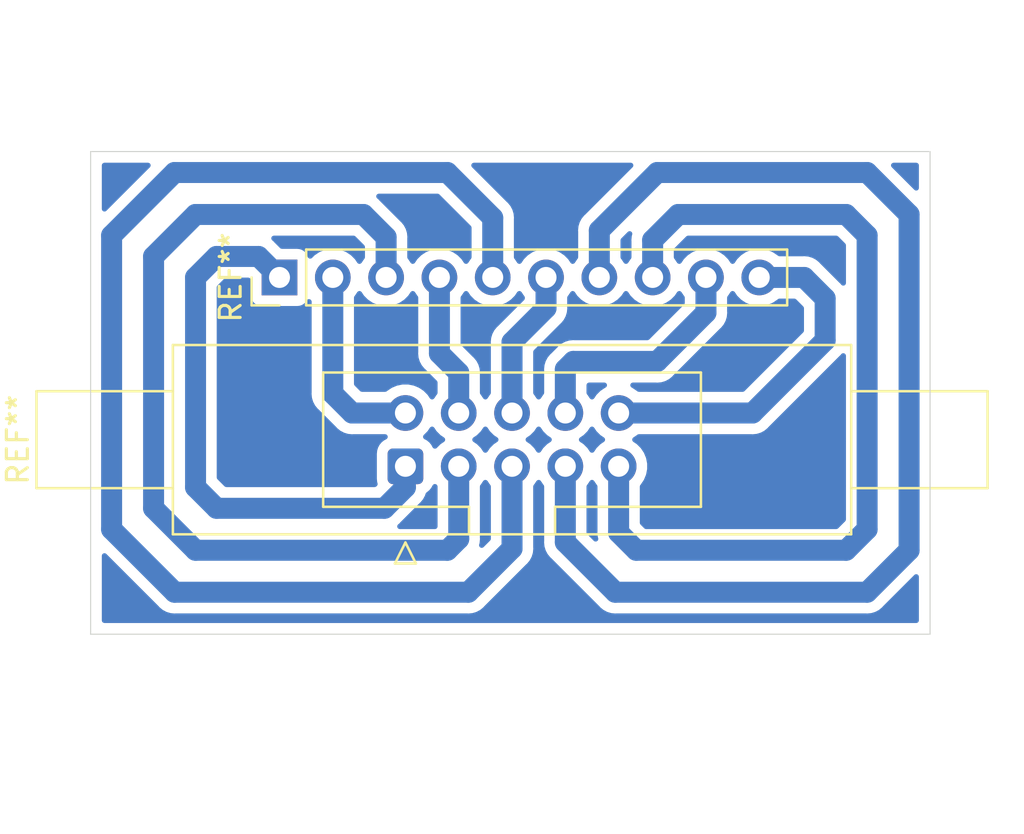
<source format=kicad_pcb>
(kicad_pcb (version 20171130) (host pcbnew "(5.1.6)-1")

  (general
    (thickness 1.6)
    (drawings 4)
    (tracks 63)
    (zones 0)
    (modules 2)
    (nets 1)
  )

  (page A4)
  (layers
    (0 F.Cu signal)
    (31 B.Cu signal)
    (32 B.Adhes user)
    (33 F.Adhes user)
    (34 B.Paste user)
    (35 F.Paste user)
    (36 B.SilkS user)
    (37 F.SilkS user)
    (38 B.Mask user)
    (39 F.Mask user)
    (40 Dwgs.User user)
    (41 Cmts.User user)
    (42 Eco1.User user)
    (43 Eco2.User user)
    (44 Edge.Cuts user)
    (45 Margin user)
    (46 B.CrtYd user)
    (47 F.CrtYd user)
    (48 B.Fab user)
    (49 F.Fab user)
  )

  (setup
    (last_trace_width 1)
    (user_trace_width 1)
    (user_trace_width 1.5)
    (trace_clearance 0.2)
    (zone_clearance 0.508)
    (zone_45_only no)
    (trace_min 0.2)
    (via_size 0.8)
    (via_drill 0.4)
    (via_min_size 0.4)
    (via_min_drill 0.3)
    (uvia_size 0.3)
    (uvia_drill 0.1)
    (uvias_allowed no)
    (uvia_min_size 0.2)
    (uvia_min_drill 0.1)
    (edge_width 0.05)
    (segment_width 0.2)
    (pcb_text_width 0.3)
    (pcb_text_size 1.5 1.5)
    (mod_edge_width 0.12)
    (mod_text_size 1 1)
    (mod_text_width 0.15)
    (pad_size 1.524 1.524)
    (pad_drill 0.762)
    (pad_to_mask_clearance 0.05)
    (aux_axis_origin 0 0)
    (grid_origin 140 130)
    (visible_elements FFFFFF7F)
    (pcbplotparams
      (layerselection 0x010fc_ffffffff)
      (usegerberextensions false)
      (usegerberattributes true)
      (usegerberadvancedattributes true)
      (creategerberjobfile true)
      (excludeedgelayer true)
      (linewidth 0.100000)
      (plotframeref false)
      (viasonmask false)
      (mode 1)
      (useauxorigin false)
      (hpglpennumber 1)
      (hpglpenspeed 20)
      (hpglpendiameter 15.000000)
      (psnegative false)
      (psa4output false)
      (plotreference true)
      (plotvalue true)
      (plotinvisibletext false)
      (padsonsilk false)
      (subtractmaskfromsilk false)
      (outputformat 1)
      (mirror false)
      (drillshape 1)
      (scaleselection 1)
      (outputdirectory ""))
  )

  (net 0 "")

  (net_class Default "This is the default net class."
    (clearance 0.2)
    (trace_width 0.25)
    (via_dia 0.8)
    (via_drill 0.4)
    (uvia_dia 0.3)
    (uvia_drill 0.1)
  )

  (module Connector_IDC:IDC-Header_2x05_P2.54mm_Latch6.5mm_Vertical (layer F.Cu) (tedit 5EAC9A05) (tstamp 63538815)
    (at 155 124 90)
    (descr "Through hole IDC header, 2x05, 2.54mm pitch, DIN 41651 / IEC 60603-13, double rows, 6.5mm latches, https://docs.google.com/spreadsheets/d/16SsEcesNF15N3Lb4niX7dcUr-NY5_MFPQhobNuNppn4/edit#gid=0")
    (tags "Through hole vertical IDC header THT 2x05 2.54mm double row")
    (fp_text reference REF** (at 1.27 -18.47 90) (layer F.SilkS)
      (effects (font (size 1 1) (thickness 0.15)))
    )
    (fp_text value IDC-Header_2x05_P2.54mm_Latch6.5mm_Vertical (at 1.27 28.63 90) (layer F.Fab)
      (effects (font (size 1 1) (thickness 0.15)))
    )
    (fp_text user %R (at 1.27 5.08) (layer F.Fab)
      (effects (font (size 1 1) (thickness 0.15)))
    )
    (fp_line (start -3.13 -9.97) (end -2.13 -10.97) (layer F.Fab) (width 0.1))
    (fp_line (start -2.13 -10.97) (end 5.67 -10.97) (layer F.Fab) (width 0.1))
    (fp_line (start 5.67 -10.97) (end 5.67 21.13) (layer F.Fab) (width 0.1))
    (fp_line (start 5.67 21.13) (end -3.13 21.13) (layer F.Fab) (width 0.1))
    (fp_line (start -3.13 21.13) (end -3.13 -9.97) (layer F.Fab) (width 0.1))
    (fp_line (start -3.13 3.03) (end -1.93 3.03) (layer F.Fab) (width 0.1))
    (fp_line (start -1.93 3.03) (end -1.93 -3.92) (layer F.Fab) (width 0.1))
    (fp_line (start -1.93 -3.92) (end 4.47 -3.92) (layer F.Fab) (width 0.1))
    (fp_line (start 4.47 -3.92) (end 4.47 14.08) (layer F.Fab) (width 0.1))
    (fp_line (start 4.47 14.08) (end -1.93 14.08) (layer F.Fab) (width 0.1))
    (fp_line (start -1.93 14.08) (end -1.93 7.13) (layer F.Fab) (width 0.1))
    (fp_line (start -1.93 7.13) (end -1.93 7.13) (layer F.Fab) (width 0.1))
    (fp_line (start -1.93 7.13) (end -3.13 7.13) (layer F.Fab) (width 0.1))
    (fp_line (start -0.93 -10.97) (end -0.93 -17.47) (layer F.Fab) (width 0.1))
    (fp_line (start -0.93 -17.47) (end 3.47 -17.47) (layer F.Fab) (width 0.1))
    (fp_line (start 3.47 -17.47) (end 3.47 -10.97) (layer F.Fab) (width 0.1))
    (fp_line (start -0.93 21.13) (end -0.93 27.63) (layer F.Fab) (width 0.1))
    (fp_line (start -0.93 27.63) (end 3.47 27.63) (layer F.Fab) (width 0.1))
    (fp_line (start 3.47 27.63) (end 3.47 21.13) (layer F.Fab) (width 0.1))
    (fp_line (start -3.24 -11.08) (end 5.78 -11.08) (layer F.SilkS) (width 0.12))
    (fp_line (start 5.78 -11.08) (end 5.78 21.24) (layer F.SilkS) (width 0.12))
    (fp_line (start 5.78 21.24) (end -3.24 21.24) (layer F.SilkS) (width 0.12))
    (fp_line (start -3.24 21.24) (end -3.24 -11.08) (layer F.SilkS) (width 0.12))
    (fp_line (start -3.24 3.03) (end -1.93 3.03) (layer F.SilkS) (width 0.12))
    (fp_line (start -1.93 3.03) (end -1.93 -3.92) (layer F.SilkS) (width 0.12))
    (fp_line (start -1.93 -3.92) (end 4.47 -3.92) (layer F.SilkS) (width 0.12))
    (fp_line (start 4.47 -3.92) (end 4.47 14.08) (layer F.SilkS) (width 0.12))
    (fp_line (start 4.47 14.08) (end -1.93 14.08) (layer F.SilkS) (width 0.12))
    (fp_line (start -1.93 14.08) (end -1.93 7.13) (layer F.SilkS) (width 0.12))
    (fp_line (start -1.93 7.13) (end -1.93 7.13) (layer F.SilkS) (width 0.12))
    (fp_line (start -1.93 7.13) (end -3.24 7.13) (layer F.SilkS) (width 0.12))
    (fp_line (start -1.04 -11.08) (end -1.04 -17.58) (layer F.SilkS) (width 0.12))
    (fp_line (start -1.04 -17.58) (end 3.58 -17.58) (layer F.SilkS) (width 0.12))
    (fp_line (start 3.58 -17.58) (end 3.58 -11.08) (layer F.SilkS) (width 0.12))
    (fp_line (start -1.04 21.24) (end -1.04 27.74) (layer F.SilkS) (width 0.12))
    (fp_line (start -1.04 27.74) (end 3.58 27.74) (layer F.SilkS) (width 0.12))
    (fp_line (start 3.58 27.74) (end 3.58 21.24) (layer F.SilkS) (width 0.12))
    (fp_line (start -3.63 0) (end -4.63 -0.5) (layer F.SilkS) (width 0.12))
    (fp_line (start -4.63 -0.5) (end -4.63 0.5) (layer F.SilkS) (width 0.12))
    (fp_line (start -4.63 0.5) (end -3.63 0) (layer F.SilkS) (width 0.12))
    (fp_line (start -3.63 -17.97) (end -3.63 28.13) (layer F.CrtYd) (width 0.05))
    (fp_line (start -3.63 28.13) (end 6.17 28.13) (layer F.CrtYd) (width 0.05))
    (fp_line (start 6.17 28.13) (end 6.17 -17.97) (layer F.CrtYd) (width 0.05))
    (fp_line (start 6.17 -17.97) (end -3.63 -17.97) (layer F.CrtYd) (width 0.05))
    (pad 10 thru_hole circle (at 2.54 10.16 90) (size 1.7 1.7) (drill 1) (layers *.Cu *.Mask))
    (pad 8 thru_hole circle (at 2.54 7.62 90) (size 1.7 1.7) (drill 1) (layers *.Cu *.Mask))
    (pad 6 thru_hole circle (at 2.54 5.08 90) (size 1.7 1.7) (drill 1) (layers *.Cu *.Mask))
    (pad 4 thru_hole circle (at 2.54 2.54 90) (size 1.7 1.7) (drill 1) (layers *.Cu *.Mask))
    (pad 2 thru_hole circle (at 2.54 0 90) (size 1.7 1.7) (drill 1) (layers *.Cu *.Mask))
    (pad 9 thru_hole circle (at 0 10.16 90) (size 1.7 1.7) (drill 1) (layers *.Cu *.Mask))
    (pad 7 thru_hole circle (at 0 7.62 90) (size 1.7 1.7) (drill 1) (layers *.Cu *.Mask))
    (pad 5 thru_hole circle (at 0 5.08 90) (size 1.7 1.7) (drill 1) (layers *.Cu *.Mask))
    (pad 3 thru_hole circle (at 0 2.54 90) (size 1.7 1.7) (drill 1) (layers *.Cu *.Mask))
    (pad 1 thru_hole roundrect (at 0 0 90) (size 1.7 1.7) (drill 1) (layers *.Cu *.Mask) (roundrect_rratio 0.147059))
    (model ${KISYS3DMOD}/Connector_IDC.3dshapes/IDC-Header_2x05_P2.54mm_Latch6.5mm_Vertical.wrl
      (at (xyz 0 0 0))
      (scale (xyz 1 1 1))
      (rotate (xyz 0 0 0))
    )
  )

  (module Connector_PinHeader_2.54mm:PinHeader_1x10_P2.54mm_Vertical (layer F.Cu) (tedit 59FED5CC) (tstamp 635325F6)
    (at 149 115 90)
    (descr "Through hole straight pin header, 1x10, 2.54mm pitch, single row")
    (tags "Through hole pin header THT 1x10 2.54mm single row")
    (fp_text reference REF** (at 0 -2.33 90) (layer F.SilkS)
      (effects (font (size 1 1) (thickness 0.15)))
    )
    (fp_text value PinHeader_1x10_P2.54mm_Vertical (at 0 25.19 90) (layer F.Fab)
      (effects (font (size 1 1) (thickness 0.15)))
    )
    (fp_text user %R (at 0 11.43) (layer F.Fab)
      (effects (font (size 1 1) (thickness 0.15)))
    )
    (fp_line (start -0.635 -1.27) (end 1.27 -1.27) (layer F.Fab) (width 0.1))
    (fp_line (start 1.27 -1.27) (end 1.27 24.13) (layer F.Fab) (width 0.1))
    (fp_line (start 1.27 24.13) (end -1.27 24.13) (layer F.Fab) (width 0.1))
    (fp_line (start -1.27 24.13) (end -1.27 -0.635) (layer F.Fab) (width 0.1))
    (fp_line (start -1.27 -0.635) (end -0.635 -1.27) (layer F.Fab) (width 0.1))
    (fp_line (start -1.33 24.19) (end 1.33 24.19) (layer F.SilkS) (width 0.12))
    (fp_line (start -1.33 1.27) (end -1.33 24.19) (layer F.SilkS) (width 0.12))
    (fp_line (start 1.33 1.27) (end 1.33 24.19) (layer F.SilkS) (width 0.12))
    (fp_line (start -1.33 1.27) (end 1.33 1.27) (layer F.SilkS) (width 0.12))
    (fp_line (start -1.33 0) (end -1.33 -1.33) (layer F.SilkS) (width 0.12))
    (fp_line (start -1.33 -1.33) (end 0 -1.33) (layer F.SilkS) (width 0.12))
    (fp_line (start -1.8 -1.8) (end -1.8 24.65) (layer F.CrtYd) (width 0.05))
    (fp_line (start -1.8 24.65) (end 1.8 24.65) (layer F.CrtYd) (width 0.05))
    (fp_line (start 1.8 24.65) (end 1.8 -1.8) (layer F.CrtYd) (width 0.05))
    (fp_line (start 1.8 -1.8) (end -1.8 -1.8) (layer F.CrtYd) (width 0.05))
    (pad 10 thru_hole oval (at 0 22.86 90) (size 1.7 1.7) (drill 1) (layers *.Cu *.Mask))
    (pad 9 thru_hole oval (at 0 20.32 90) (size 1.7 1.7) (drill 1) (layers *.Cu *.Mask))
    (pad 8 thru_hole oval (at 0 17.78 90) (size 1.7 1.7) (drill 1) (layers *.Cu *.Mask))
    (pad 7 thru_hole oval (at 0 15.24 90) (size 1.7 1.7) (drill 1) (layers *.Cu *.Mask))
    (pad 6 thru_hole oval (at 0 12.7 90) (size 1.7 1.7) (drill 1) (layers *.Cu *.Mask))
    (pad 5 thru_hole oval (at 0 10.16 90) (size 1.7 1.7) (drill 1) (layers *.Cu *.Mask))
    (pad 4 thru_hole oval (at 0 7.62 90) (size 1.7 1.7) (drill 1) (layers *.Cu *.Mask))
    (pad 3 thru_hole oval (at 0 5.08 90) (size 1.7 1.7) (drill 1) (layers *.Cu *.Mask))
    (pad 2 thru_hole oval (at 0 2.54 90) (size 1.7 1.7) (drill 1) (layers *.Cu *.Mask))
    (pad 1 thru_hole rect (at 0 0 90) (size 1.7 1.7) (drill 1) (layers *.Cu *.Mask))
    (model ${KISYS3DMOD}/Connector_PinHeader_2.54mm.3dshapes/PinHeader_1x10_P2.54mm_Vertical.wrl
      (at (xyz 0 0 0))
      (scale (xyz 1 1 1))
      (rotate (xyz 0 0 0))
    )
  )

  (gr_line (start 140 109) (end 140 132) (layer Edge.Cuts) (width 0.05) (tstamp 635388B0))
  (gr_line (start 180 109) (end 140 109) (layer Edge.Cuts) (width 0.05))
  (gr_line (start 180 132) (end 180 109) (layer Edge.Cuts) (width 0.05))
  (gr_line (start 140 132) (end 180 132) (layer Edge.Cuts) (width 0.05))

  (segment (start 157.54 124) (end 157.54 127.46) (width 1) (layer B.Cu) (net 0))
  (segment (start 157.54 127.46) (end 157 128) (width 1) (layer B.Cu) (net 0))
  (segment (start 157 128) (end 145 128) (width 1) (layer B.Cu) (net 0))
  (segment (start 145 128) (end 143 126) (width 1) (layer B.Cu) (net 0))
  (segment (start 143 126) (end 143 114) (width 1) (layer B.Cu) (net 0))
  (segment (start 143 114) (end 145 112) (width 1) (layer B.Cu) (net 0))
  (segment (start 154.08 115) (end 154.08 113.08) (width 1) (layer B.Cu) (net 0))
  (segment (start 153 112) (end 145 112) (width 1) (layer B.Cu) (net 0))
  (segment (start 154.08 113.08) (end 153 112) (width 1) (layer B.Cu) (net 0))
  (segment (start 155 124) (end 155 125) (width 1) (layer B.Cu) (net 0))
  (segment (start 155 125) (end 154 126) (width 1) (layer B.Cu) (net 0))
  (segment (start 154 126) (end 146 126) (width 1) (layer B.Cu) (net 0))
  (segment (start 146 126) (end 145 125) (width 1) (layer B.Cu) (net 0))
  (segment (start 145 125) (end 145 115) (width 1) (layer B.Cu) (net 0))
  (segment (start 145 115) (end 146 114) (width 1) (layer B.Cu) (net 0))
  (segment (start 148 114) (end 149 115) (width 1) (layer B.Cu) (net 0))
  (segment (start 146 114) (end 148 114) (width 1) (layer B.Cu) (net 0))
  (segment (start 155 121.46) (end 152.46 121.46) (width 1) (layer B.Cu) (net 0))
  (segment (start 151.54 120.54) (end 151.54 115) (width 1) (layer B.Cu) (net 0))
  (segment (start 152.46 121.46) (end 151.54 120.54) (width 1) (layer B.Cu) (net 0))
  (segment (start 157.54 121.46) (end 157.54 119.54) (width 1) (layer B.Cu) (net 0))
  (segment (start 156.62 118.62) (end 156.62 115) (width 1) (layer B.Cu) (net 0))
  (segment (start 157.54 119.54) (end 156.62 118.62) (width 1) (layer B.Cu) (net 0))
  (segment (start 160.08 124) (end 160.08 127.92) (width 1) (layer B.Cu) (net 0))
  (segment (start 160.08 127.92) (end 158 130) (width 1) (layer B.Cu) (net 0))
  (segment (start 158 130) (end 144 130) (width 1) (layer B.Cu) (net 0))
  (segment (start 144 130) (end 141 127) (width 1) (layer B.Cu) (net 0))
  (segment (start 141 127) (end 141 113) (width 1) (layer B.Cu) (net 0))
  (segment (start 141 113) (end 144 110) (width 1) (layer B.Cu) (net 0))
  (segment (start 144 110) (end 157 110) (width 1) (layer B.Cu) (net 0))
  (segment (start 159.16 112.16) (end 159.16 115) (width 1) (layer B.Cu) (net 0))
  (segment (start 157 110) (end 159.16 112.16) (width 1) (layer B.Cu) (net 0))
  (segment (start 162.62 124) (end 162.62 127.62) (width 1) (layer B.Cu) (net 0))
  (segment (start 162.62 127.62) (end 165 130) (width 1) (layer B.Cu) (net 0))
  (segment (start 165 130) (end 177 130) (width 1) (layer B.Cu) (net 0))
  (segment (start 177 130) (end 179 128) (width 1) (layer B.Cu) (net 0))
  (segment (start 179 128) (end 179 112) (width 1) (layer B.Cu) (net 0))
  (segment (start 179 112) (end 177 110) (width 1) (layer B.Cu) (net 0))
  (segment (start 164.24 115) (end 164.24 112.76) (width 1) (layer B.Cu) (net 0))
  (segment (start 167 110) (end 177 110) (width 1) (layer B.Cu) (net 0))
  (segment (start 164.24 112.76) (end 167 110) (width 1) (layer B.Cu) (net 0))
  (segment (start 166.78 115) (end 166.78 113.22) (width 1) (layer B.Cu) (net 0))
  (segment (start 166.78 113.22) (end 168 112) (width 1) (layer B.Cu) (net 0))
  (segment (start 168 112) (end 176 112) (width 1) (layer B.Cu) (net 0))
  (segment (start 176 112) (end 177 113) (width 1) (layer B.Cu) (net 0))
  (segment (start 177 113) (end 177 127) (width 1) (layer B.Cu) (net 0))
  (segment (start 177 127) (end 176 128) (width 1) (layer B.Cu) (net 0))
  (segment (start 176 128) (end 166 128) (width 1) (layer B.Cu) (net 0))
  (segment (start 165.16 127.16) (end 165.16 124) (width 1) (layer B.Cu) (net 0))
  (segment (start 166 128) (end 165.16 127.16) (width 1) (layer B.Cu) (net 0))
  (segment (start 165.16 121.46) (end 171.54 121.46) (width 1) (layer B.Cu) (net 0))
  (segment (start 171.54 121.46) (end 175 118) (width 1) (layer B.Cu) (net 0))
  (segment (start 175 118) (end 175 116) (width 1) (layer B.Cu) (net 0))
  (segment (start 174 115) (end 171.86 115) (width 1) (layer B.Cu) (net 0))
  (segment (start 175 116) (end 174 115) (width 1) (layer B.Cu) (net 0))
  (segment (start 169.32 115) (end 169.32 116.68) (width 1) (layer B.Cu) (net 0))
  (segment (start 169.32 116.68) (end 167 119) (width 1) (layer B.Cu) (net 0))
  (segment (start 167 119) (end 163 119) (width 1) (layer B.Cu) (net 0))
  (segment (start 162.62 119.38) (end 162.62 121.46) (width 1) (layer B.Cu) (net 0))
  (segment (start 163 119) (end 162.62 119.38) (width 1) (layer B.Cu) (net 0))
  (segment (start 160.08 121.46) (end 160.08 118.08) (width 1) (layer B.Cu) (net 0))
  (segment (start 161.7 116.46) (end 161.7 115) (width 1) (layer B.Cu) (net 0))
  (segment (start 160.08 118.08) (end 161.7 116.46) (width 1) (layer B.Cu) (net 0))

  (zone (net 0) (net_name "") (layer B.Cu) (tstamp 0) (hatch edge 0.508)
    (connect_pads (clearance 0.508))
    (min_thickness 0.254)
    (fill yes (arc_segments 32) (thermal_gap 0.508) (thermal_bridge_width 0.508))
    (polygon
      (pts
        (xy 180 132) (xy 140 132) (xy 140 109) (xy 180 109)
      )
    )
    (filled_polygon
      (pts
        (xy 161.466525 124.946632) (xy 161.485 124.965107) (xy 161.485001 127.564239) (xy 161.479509 127.62) (xy 161.501423 127.842498)
        (xy 161.566324 128.056446) (xy 161.566325 128.056447) (xy 161.671717 128.253623) (xy 161.813552 128.426449) (xy 161.85686 128.461991)
        (xy 164.158009 130.763141) (xy 164.193551 130.806449) (xy 164.366377 130.948284) (xy 164.563553 131.053676) (xy 164.777501 131.118577)
        (xy 164.944248 131.135) (xy 164.944257 131.135) (xy 164.999999 131.14049) (xy 165.055741 131.135) (xy 176.944249 131.135)
        (xy 177 131.140491) (xy 177.055751 131.135) (xy 177.055752 131.135) (xy 177.222499 131.118577) (xy 177.436447 131.053676)
        (xy 177.633623 130.948284) (xy 177.806449 130.806449) (xy 177.841996 130.763135) (xy 179.34 129.265132) (xy 179.34 131.34)
        (xy 140.66 131.34) (xy 140.66 128.265131) (xy 143.158013 130.763146) (xy 143.193551 130.806449) (xy 143.236854 130.841987)
        (xy 143.236856 130.841989) (xy 143.366377 130.948284) (xy 143.563553 131.053676) (xy 143.777501 131.118577) (xy 144 131.140491)
        (xy 144.055752 131.135) (xy 157.944249 131.135) (xy 158 131.140491) (xy 158.055751 131.135) (xy 158.055752 131.135)
        (xy 158.222499 131.118577) (xy 158.436447 131.053676) (xy 158.633623 130.948284) (xy 158.806449 130.806449) (xy 158.841996 130.763135)
        (xy 160.843141 128.761991) (xy 160.886449 128.726449) (xy 161.028284 128.553623) (xy 161.133676 128.356447) (xy 161.198577 128.142499)
        (xy 161.215 127.975752) (xy 161.215 127.975745) (xy 161.22049 127.920001) (xy 161.215 127.864257) (xy 161.215 124.965107)
        (xy 161.233475 124.946632) (xy 161.35 124.77224)
      )
    )
    (filled_polygon
      (pts
        (xy 158.926525 124.946632) (xy 158.945 124.965107) (xy 158.945001 127.449867) (xy 158.635154 127.759715) (xy 158.658577 127.682499)
        (xy 158.675 127.515752) (xy 158.675 127.515743) (xy 158.68049 127.460001) (xy 158.675 127.404259) (xy 158.675 124.965107)
        (xy 158.693475 124.946632) (xy 158.81 124.77224)
      )
    )
    (filled_polygon
      (pts
        (xy 164.006525 124.946632) (xy 164.025001 124.965108) (xy 164.025 127.104248) (xy 164.019509 127.16) (xy 164.025665 127.222499)
        (xy 164.041423 127.382498) (xy 164.064847 127.459716) (xy 163.755 127.149869) (xy 163.755 124.965107) (xy 163.773475 124.946632)
        (xy 163.89 124.77224)
      )
    )
    (filled_polygon
      (pts
        (xy 175.865001 126.529867) (xy 175.529868 126.865) (xy 166.470132 126.865) (xy 166.295 126.689869) (xy 166.295 124.965107)
        (xy 166.313475 124.946632) (xy 166.47599 124.703411) (xy 166.587932 124.433158) (xy 166.645 124.14626) (xy 166.645 123.85374)
        (xy 166.587932 123.566842) (xy 166.47599 123.296589) (xy 166.313475 123.053368) (xy 166.106632 122.846525) (xy 165.93224 122.73)
        (xy 166.106632 122.613475) (xy 166.125107 122.595) (xy 171.484249 122.595) (xy 171.54 122.600491) (xy 171.595751 122.595)
        (xy 171.595752 122.595) (xy 171.762499 122.578577) (xy 171.976447 122.513676) (xy 172.173623 122.408284) (xy 172.346449 122.266449)
        (xy 172.381996 122.223135) (xy 175.763141 118.841991) (xy 175.806449 118.806449) (xy 175.865 118.735104)
      )
    )
    (filled_polygon
      (pts
        (xy 156.405001 126.865) (xy 154.735105 126.865) (xy 154.806449 126.806449) (xy 154.841995 126.763136) (xy 155.763145 125.841987)
        (xy 155.806449 125.806449) (xy 155.84199 125.763143) (xy 155.948284 125.633623) (xy 156.053676 125.436447) (xy 156.081488 125.344765)
        (xy 156.093386 125.338405) (xy 156.227962 125.227962) (xy 156.338405 125.093386) (xy 156.405 124.968795)
      )
    )
    (filled_polygon
      (pts
        (xy 147.511928 115.85) (xy 147.524188 115.974482) (xy 147.560498 116.09418) (xy 147.619463 116.204494) (xy 147.698815 116.301185)
        (xy 147.795506 116.380537) (xy 147.90582 116.439502) (xy 148.025518 116.475812) (xy 148.15 116.488072) (xy 149.85 116.488072)
        (xy 149.974482 116.475812) (xy 150.09418 116.439502) (xy 150.204494 116.380537) (xy 150.301185 116.301185) (xy 150.380537 116.204494)
        (xy 150.405001 116.158726) (xy 150.405 120.484248) (xy 150.399509 120.54) (xy 150.405 120.595751) (xy 150.421423 120.762498)
        (xy 150.486324 120.976446) (xy 150.591716 121.173623) (xy 150.733551 121.346449) (xy 150.776864 121.381995) (xy 151.618008 122.22314)
        (xy 151.653551 122.266449) (xy 151.826377 122.408284) (xy 152.023553 122.513676) (xy 152.237501 122.578577) (xy 152.404248 122.595)
        (xy 152.404257 122.595) (xy 152.459999 122.60049) (xy 152.515741 122.595) (xy 154.031204 122.595) (xy 153.906614 122.661595)
        (xy 153.772038 122.772038) (xy 153.661595 122.906614) (xy 153.579528 123.06015) (xy 153.528992 123.226746) (xy 153.511928 123.4)
        (xy 153.511928 124.6) (xy 153.528992 124.773254) (xy 153.550549 124.844319) (xy 153.529868 124.865) (xy 146.470132 124.865)
        (xy 146.135 124.529868) (xy 146.135 115.470132) (xy 146.470132 115.135) (xy 147.511928 115.135)
      )
    )
    (filled_polygon
      (pts
        (xy 158.926525 122.406632) (xy 159.133368 122.613475) (xy 159.30776 122.73) (xy 159.133368 122.846525) (xy 158.926525 123.053368)
        (xy 158.81 123.22776) (xy 158.693475 123.053368) (xy 158.486632 122.846525) (xy 158.31224 122.73) (xy 158.486632 122.613475)
        (xy 158.693475 122.406632) (xy 158.81 122.23224)
      )
    )
    (filled_polygon
      (pts
        (xy 164.006525 122.406632) (xy 164.213368 122.613475) (xy 164.38776 122.73) (xy 164.213368 122.846525) (xy 164.006525 123.053368)
        (xy 163.89 123.22776) (xy 163.773475 123.053368) (xy 163.566632 122.846525) (xy 163.39224 122.73) (xy 163.566632 122.613475)
        (xy 163.773475 122.406632) (xy 163.89 122.23224)
      )
    )
    (filled_polygon
      (pts
        (xy 161.466525 122.406632) (xy 161.673368 122.613475) (xy 161.84776 122.73) (xy 161.673368 122.846525) (xy 161.466525 123.053368)
        (xy 161.35 123.22776) (xy 161.233475 123.053368) (xy 161.026632 122.846525) (xy 160.85224 122.73) (xy 161.026632 122.613475)
        (xy 161.233475 122.406632) (xy 161.35 122.23224)
      )
    )
    (filled_polygon
      (pts
        (xy 156.386525 122.406632) (xy 156.593368 122.613475) (xy 156.76776 122.73) (xy 156.593368 122.846525) (xy 156.406285 123.033608)
        (xy 156.338405 122.906614) (xy 156.227962 122.772038) (xy 156.093386 122.661595) (xy 155.966392 122.593715) (xy 156.153475 122.406632)
        (xy 156.27 122.23224)
      )
    )
    (filled_polygon
      (pts
        (xy 168.166525 115.946632) (xy 168.185 115.965107) (xy 168.185 116.209868) (xy 166.529869 117.865) (xy 163.055751 117.865)
        (xy 162.999999 117.859509) (xy 162.7775 117.881423) (xy 162.737106 117.893677) (xy 162.563553 117.946324) (xy 162.366377 118.051716)
        (xy 162.193551 118.193551) (xy 162.158004 118.236865) (xy 161.856865 118.538004) (xy 161.813551 118.573551) (xy 161.671716 118.746377)
        (xy 161.577851 118.921988) (xy 161.566324 118.943554) (xy 161.501423 119.157502) (xy 161.479509 119.38) (xy 161.485 119.435752)
        (xy 161.485001 120.494892) (xy 161.466525 120.513368) (xy 161.35 120.68776) (xy 161.233475 120.513368) (xy 161.215 120.494893)
        (xy 161.215 118.550131) (xy 162.46314 117.301991) (xy 162.506449 117.266449) (xy 162.648284 117.093623) (xy 162.753676 116.896447)
        (xy 162.818577 116.682499) (xy 162.835 116.515752) (xy 162.835 116.515751) (xy 162.840491 116.46) (xy 162.835 116.404249)
        (xy 162.835 115.965107) (xy 162.853475 115.946632) (xy 162.97 115.77224) (xy 163.086525 115.946632) (xy 163.293368 116.153475)
        (xy 163.536589 116.31599) (xy 163.806842 116.427932) (xy 164.09374 116.485) (xy 164.38626 116.485) (xy 164.673158 116.427932)
        (xy 164.943411 116.31599) (xy 165.186632 116.153475) (xy 165.393475 115.946632) (xy 165.51 115.77224) (xy 165.626525 115.946632)
        (xy 165.833368 116.153475) (xy 166.076589 116.31599) (xy 166.346842 116.427932) (xy 166.63374 116.485) (xy 166.92626 116.485)
        (xy 167.213158 116.427932) (xy 167.483411 116.31599) (xy 167.726632 116.153475) (xy 167.933475 115.946632) (xy 168.05 115.77224)
      )
    )
    (filled_polygon
      (pts
        (xy 160.546525 115.946632) (xy 160.565 115.965107) (xy 160.565 115.989868) (xy 159.31686 117.238009) (xy 159.273552 117.273551)
        (xy 159.131717 117.446377) (xy 159.102295 117.501423) (xy 159.026324 117.643554) (xy 158.961423 117.857502) (xy 158.939509 118.08)
        (xy 158.945001 118.135761) (xy 158.945 120.494893) (xy 158.926525 120.513368) (xy 158.81 120.68776) (xy 158.693475 120.513368)
        (xy 158.675 120.494893) (xy 158.675 119.595741) (xy 158.68049 119.539999) (xy 158.675 119.484257) (xy 158.675 119.484248)
        (xy 158.658577 119.317501) (xy 158.593676 119.103553) (xy 158.488284 118.906377) (xy 158.346449 118.733551) (xy 158.30314 118.698008)
        (xy 157.755 118.149869) (xy 157.755 115.965107) (xy 157.773475 115.946632) (xy 157.89 115.77224) (xy 158.006525 115.946632)
        (xy 158.213368 116.153475) (xy 158.456589 116.31599) (xy 158.726842 116.427932) (xy 159.01374 116.485) (xy 159.30626 116.485)
        (xy 159.593158 116.427932) (xy 159.863411 116.31599) (xy 160.106632 116.153475) (xy 160.313475 115.946632) (xy 160.43 115.77224)
      )
    )
    (filled_polygon
      (pts
        (xy 164.456589 120.14401) (xy 164.213368 120.306525) (xy 164.006525 120.513368) (xy 163.89 120.68776) (xy 163.773475 120.513368)
        (xy 163.755 120.494893) (xy 163.755 120.135) (xy 164.478341 120.135)
      )
    )
    (filled_polygon
      (pts
        (xy 155.466525 115.946632) (xy 155.485001 115.965108) (xy 155.485 118.564248) (xy 155.479509 118.62) (xy 155.497873 118.806449)
        (xy 155.501423 118.842498) (xy 155.566324 119.056446) (xy 155.671716 119.253623) (xy 155.813551 119.426449) (xy 155.856864 119.461995)
        (xy 156.405001 120.010132) (xy 156.405001 120.494892) (xy 156.386525 120.513368) (xy 156.27 120.68776) (xy 156.153475 120.513368)
        (xy 155.946632 120.306525) (xy 155.703411 120.14401) (xy 155.433158 120.032068) (xy 155.14626 119.975) (xy 154.85374 119.975)
        (xy 154.566842 120.032068) (xy 154.296589 120.14401) (xy 154.053368 120.306525) (xy 154.034893 120.325) (xy 152.930132 120.325)
        (xy 152.675 120.069869) (xy 152.675 115.965107) (xy 152.693475 115.946632) (xy 152.81 115.77224) (xy 152.926525 115.946632)
        (xy 153.133368 116.153475) (xy 153.376589 116.31599) (xy 153.646842 116.427932) (xy 153.93374 116.485) (xy 154.22626 116.485)
        (xy 154.513158 116.427932) (xy 154.783411 116.31599) (xy 155.026632 116.153475) (xy 155.233475 115.946632) (xy 155.35 115.77224)
      )
    )
    (filled_polygon
      (pts
        (xy 170.706525 115.946632) (xy 170.913368 116.153475) (xy 171.156589 116.31599) (xy 171.426842 116.427932) (xy 171.71374 116.485)
        (xy 172.00626 116.485) (xy 172.293158 116.427932) (xy 172.563411 116.31599) (xy 172.806632 116.153475) (xy 172.825107 116.135)
        (xy 173.529868 116.135) (xy 173.865001 116.470133) (xy 173.865 117.529868) (xy 171.069869 120.325) (xy 166.125107 120.325)
        (xy 166.106632 120.306525) (xy 165.863411 120.14401) (xy 165.841659 120.135) (xy 166.944249 120.135) (xy 167 120.140491)
        (xy 167.055751 120.135) (xy 167.055752 120.135) (xy 167.222499 120.118577) (xy 167.436447 120.053676) (xy 167.633623 119.948284)
        (xy 167.806449 119.806449) (xy 167.841996 119.763135) (xy 170.083141 117.521991) (xy 170.126449 117.486449) (xy 170.268284 117.313623)
        (xy 170.373676 117.116447) (xy 170.438577 116.902499) (xy 170.455 116.735752) (xy 170.455 116.735743) (xy 170.46049 116.680001)
        (xy 170.455 116.624259) (xy 170.455 115.965107) (xy 170.473475 115.946632) (xy 170.59 115.77224)
      )
    )
    (filled_polygon
      (pts
        (xy 175.865 113.470132) (xy 175.865 115.264895) (xy 175.841989 115.236856) (xy 175.841987 115.236854) (xy 175.806449 115.193551)
        (xy 175.763145 115.158013) (xy 174.841995 114.236864) (xy 174.806449 114.193551) (xy 174.633623 114.051716) (xy 174.436447 113.946324)
        (xy 174.222499 113.881423) (xy 174.055752 113.865) (xy 174.055751 113.865) (xy 174 113.859509) (xy 173.944249 113.865)
        (xy 172.825107 113.865) (xy 172.806632 113.846525) (xy 172.563411 113.68401) (xy 172.293158 113.572068) (xy 172.00626 113.515)
        (xy 171.71374 113.515) (xy 171.426842 113.572068) (xy 171.156589 113.68401) (xy 170.913368 113.846525) (xy 170.706525 114.053368)
        (xy 170.59 114.22776) (xy 170.473475 114.053368) (xy 170.266632 113.846525) (xy 170.023411 113.68401) (xy 169.753158 113.572068)
        (xy 169.46626 113.515) (xy 169.17374 113.515) (xy 168.886842 113.572068) (xy 168.616589 113.68401) (xy 168.373368 113.846525)
        (xy 168.166525 114.053368) (xy 168.05 114.22776) (xy 167.933475 114.053368) (xy 167.915 114.034893) (xy 167.915 113.690132)
        (xy 168.470132 113.135) (xy 175.529868 113.135)
      )
    )
    (filled_polygon
      (pts
        (xy 165.661423 112.997502) (xy 165.639509 113.22) (xy 165.645 113.275751) (xy 165.645 114.034893) (xy 165.626525 114.053368)
        (xy 165.51 114.22776) (xy 165.393475 114.053368) (xy 165.375 114.034893) (xy 165.375 113.230131) (xy 165.684847 112.920284)
      )
    )
    (filled_polygon
      (pts
        (xy 163.47686 111.918009) (xy 163.433552 111.953551) (xy 163.291717 112.126377) (xy 163.273746 112.159999) (xy 163.186324 112.323554)
        (xy 163.121423 112.537502) (xy 163.099509 112.76) (xy 163.105001 112.815761) (xy 163.105 114.034893) (xy 163.086525 114.053368)
        (xy 162.97 114.22776) (xy 162.853475 114.053368) (xy 162.646632 113.846525) (xy 162.403411 113.68401) (xy 162.133158 113.572068)
        (xy 161.84626 113.515) (xy 161.55374 113.515) (xy 161.266842 113.572068) (xy 160.996589 113.68401) (xy 160.753368 113.846525)
        (xy 160.546525 114.053368) (xy 160.43 114.22776) (xy 160.313475 114.053368) (xy 160.295 114.034893) (xy 160.295 112.215741)
        (xy 160.30049 112.159999) (xy 160.295 112.104257) (xy 160.295 112.104248) (xy 160.278577 111.937501) (xy 160.213676 111.723553)
        (xy 160.108284 111.526377) (xy 159.966449 111.353551) (xy 159.923141 111.318009) (xy 158.265131 109.66) (xy 165.734868 109.66)
      )
    )
    (filled_polygon
      (pts
        (xy 158.025 112.630132) (xy 158.025001 114.034892) (xy 158.006525 114.053368) (xy 157.89 114.22776) (xy 157.773475 114.053368)
        (xy 157.566632 113.846525) (xy 157.323411 113.68401) (xy 157.053158 113.572068) (xy 156.76626 113.515) (xy 156.47374 113.515)
        (xy 156.186842 113.572068) (xy 155.916589 113.68401) (xy 155.673368 113.846525) (xy 155.466525 114.053368) (xy 155.35 114.22776)
        (xy 155.233475 114.053368) (xy 155.215 114.034893) (xy 155.215 113.135752) (xy 155.220491 113.08) (xy 155.198577 112.857501)
        (xy 155.133676 112.643553) (xy 155.028284 112.446377) (xy 154.921989 112.316856) (xy 154.921987 112.316854) (xy 154.886449 112.273551)
        (xy 154.843146 112.238013) (xy 153.841995 111.236864) (xy 153.806449 111.193551) (xy 153.735105 111.135) (xy 156.529869 111.135)
      )
    )
    (filled_polygon
      (pts
        (xy 152.945001 113.550133) (xy 152.945001 114.034892) (xy 152.926525 114.053368) (xy 152.81 114.22776) (xy 152.693475 114.053368)
        (xy 152.486632 113.846525) (xy 152.243411 113.68401) (xy 151.973158 113.572068) (xy 151.68626 113.515) (xy 151.39374 113.515)
        (xy 151.106842 113.572068) (xy 150.836589 113.68401) (xy 150.593368 113.846525) (xy 150.461513 113.97838) (xy 150.439502 113.90582)
        (xy 150.380537 113.795506) (xy 150.301185 113.698815) (xy 150.204494 113.619463) (xy 150.09418 113.560498) (xy 149.974482 113.524188)
        (xy 149.85 113.511928) (xy 149.11706 113.511928) (xy 148.841995 113.236864) (xy 148.806449 113.193551) (xy 148.735105 113.135)
        (xy 152.529868 113.135)
      )
    )
    (filled_polygon
      (pts
        (xy 140.66 111.734869) (xy 140.66 109.66) (xy 142.734867 109.66)
      )
    )
    (filled_polygon
      (pts
        (xy 179.340001 110.734869) (xy 178.265131 109.66) (xy 179.340001 109.66)
      )
    )
  )
)

</source>
